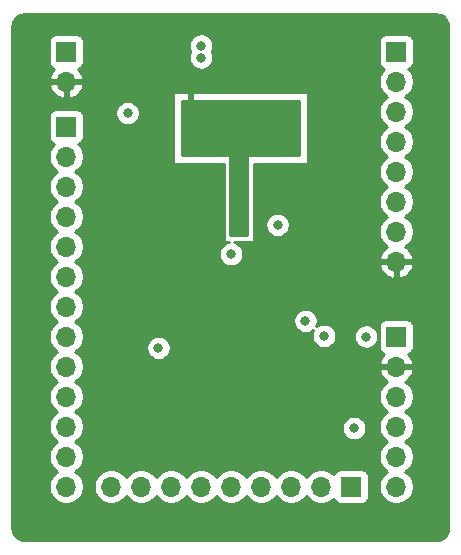
<source format=gbr>
G04 #@! TF.GenerationSoftware,KiCad,Pcbnew,(5.1.10-1-10_14)*
G04 #@! TF.CreationDate,2021-12-12T21:17:35+11:00*
G04 #@! TF.ProjectId,STM32L1_Breakout,53544d33-324c-4315-9f42-7265616b6f75,rev?*
G04 #@! TF.SameCoordinates,Original*
G04 #@! TF.FileFunction,Copper,L2,Inr*
G04 #@! TF.FilePolarity,Positive*
%FSLAX46Y46*%
G04 Gerber Fmt 4.6, Leading zero omitted, Abs format (unit mm)*
G04 Created by KiCad (PCBNEW (5.1.10-1-10_14)) date 2021-12-12 21:17:35*
%MOMM*%
%LPD*%
G01*
G04 APERTURE LIST*
G04 #@! TA.AperFunction,ComponentPad*
%ADD10O,1.700000X1.700000*%
G04 #@! TD*
G04 #@! TA.AperFunction,ComponentPad*
%ADD11R,1.700000X1.700000*%
G04 #@! TD*
G04 #@! TA.AperFunction,ViaPad*
%ADD12C,0.800000*%
G04 #@! TD*
G04 #@! TA.AperFunction,Conductor*
%ADD13C,0.500000*%
G04 #@! TD*
G04 #@! TA.AperFunction,Conductor*
%ADD14C,0.254000*%
G04 #@! TD*
G04 #@! TA.AperFunction,Conductor*
%ADD15C,0.100000*%
G04 #@! TD*
G04 APERTURE END LIST*
D10*
X105410000Y-66040000D03*
X105410000Y-63500000D03*
X105410000Y-60960000D03*
X105410000Y-58420000D03*
X105410000Y-55880000D03*
X105410000Y-53340000D03*
X105410000Y-50800000D03*
D11*
X105410000Y-48260000D03*
D10*
X105410000Y-85090000D03*
X105410000Y-82550000D03*
X105410000Y-80010000D03*
X105410000Y-77470000D03*
X105410000Y-74930000D03*
D11*
X105410000Y-72390000D03*
D10*
X77470000Y-85090000D03*
X77470000Y-82550000D03*
X77470000Y-80010000D03*
X77470000Y-77470000D03*
X77470000Y-74930000D03*
X77470000Y-72390000D03*
X77470000Y-69850000D03*
X77470000Y-67310000D03*
X77470000Y-64770000D03*
X77470000Y-62230000D03*
X77470000Y-59690000D03*
X77470000Y-57150000D03*
D11*
X77470000Y-54610000D03*
D10*
X81280000Y-85090000D03*
X83820000Y-85090000D03*
X86360000Y-85090000D03*
X88900000Y-85090000D03*
X91440000Y-85090000D03*
X93980000Y-85090000D03*
X96520000Y-85090000D03*
X99060000Y-85090000D03*
D11*
X101600000Y-85090000D03*
D10*
X77470000Y-50800000D03*
D11*
X77470000Y-48260000D03*
D12*
X91440000Y-65405000D03*
X94488000Y-74295000D03*
X95885000Y-75692000D03*
X99314000Y-72326500D03*
X97726500Y-71056500D03*
X85280500Y-73342500D03*
X95377000Y-62928500D03*
X88900000Y-47752000D03*
X88900000Y-48768000D03*
X82677000Y-53467000D03*
X102870000Y-72390000D03*
X89916000Y-65024000D03*
X84074000Y-72136000D03*
X98704400Y-62128400D03*
X98653600Y-61163200D03*
X88011000Y-52781200D03*
X96520000Y-56591200D03*
X80137000Y-50038000D03*
X80137000Y-51562000D03*
X81661000Y-59309000D03*
X81280000Y-57277000D03*
X98552000Y-81534000D03*
X102870000Y-74930000D03*
X100838000Y-52451000D03*
X104140000Y-68834000D03*
X106680000Y-68834000D03*
X84328000Y-75692000D03*
X87376000Y-75692000D03*
X84328000Y-78740000D03*
X101092000Y-77724000D03*
X98044000Y-77724000D03*
X101600000Y-70104000D03*
X93980000Y-58420000D03*
X89916000Y-58420000D03*
X92964000Y-48260000D03*
X92964000Y-50292000D03*
X96520000Y-50292000D03*
X96520000Y-48260000D03*
X84836000Y-50800000D03*
X89916000Y-67818000D03*
X82296000Y-82042000D03*
X100584000Y-48260000D03*
X78740000Y-87376000D03*
X103886000Y-87376000D03*
X100584000Y-46164500D03*
X96520000Y-46164500D03*
X92964000Y-46164500D03*
X75946000Y-87376000D03*
X106997500Y-87376000D03*
X101854000Y-80137000D03*
D13*
X88011000Y-52832000D02*
X88011000Y-51435000D01*
D14*
X97155000Y-57023000D02*
X92900500Y-57023000D01*
X92875724Y-57025440D01*
X92851899Y-57032667D01*
X92829943Y-57044403D01*
X92810697Y-57060197D01*
X92794903Y-57079443D01*
X92783167Y-57101399D01*
X92775940Y-57125224D01*
X92773500Y-57150000D01*
X92773500Y-63817500D01*
X91376500Y-63817500D01*
X91376500Y-57150000D01*
X91374060Y-57125224D01*
X91366833Y-57101399D01*
X91355097Y-57079443D01*
X91339303Y-57060197D01*
X91320057Y-57044403D01*
X91298101Y-57032667D01*
X91274276Y-57025440D01*
X91249500Y-57023000D01*
X87249000Y-57023000D01*
X87249000Y-52451000D01*
X97155000Y-52451000D01*
X97155000Y-57023000D01*
G04 #@! TA.AperFunction,Conductor*
D15*
G36*
X97155000Y-57023000D02*
G01*
X92900500Y-57023000D01*
X92875724Y-57025440D01*
X92851899Y-57032667D01*
X92829943Y-57044403D01*
X92810697Y-57060197D01*
X92794903Y-57079443D01*
X92783167Y-57101399D01*
X92775940Y-57125224D01*
X92773500Y-57150000D01*
X92773500Y-63817500D01*
X91376500Y-63817500D01*
X91376500Y-57150000D01*
X91374060Y-57125224D01*
X91366833Y-57101399D01*
X91355097Y-57079443D01*
X91339303Y-57060197D01*
X91320057Y-57044403D01*
X91298101Y-57032667D01*
X91274276Y-57025440D01*
X91249500Y-57023000D01*
X87249000Y-57023000D01*
X87249000Y-52451000D01*
X97155000Y-52451000D01*
X97155000Y-57023000D01*
G37*
G04 #@! TD.AperFunction*
D14*
X109030872Y-45131978D02*
X109215435Y-45187701D01*
X109385660Y-45278212D01*
X109535061Y-45400060D01*
X109657953Y-45548611D01*
X109749650Y-45718202D01*
X109806660Y-45902372D01*
X109830000Y-46124439D01*
X109830001Y-88613711D01*
X109808022Y-88837873D01*
X109752300Y-89022434D01*
X109661788Y-89192661D01*
X109539942Y-89342059D01*
X109391388Y-89464953D01*
X109221800Y-89556649D01*
X109037632Y-89613659D01*
X108815560Y-89637000D01*
X73946279Y-89637000D01*
X73722127Y-89615022D01*
X73537566Y-89559300D01*
X73367339Y-89468788D01*
X73217941Y-89346942D01*
X73095047Y-89198388D01*
X73003351Y-89028800D01*
X72946341Y-88844632D01*
X72923000Y-88622560D01*
X72923000Y-53760000D01*
X75981928Y-53760000D01*
X75981928Y-55460000D01*
X75994188Y-55584482D01*
X76030498Y-55704180D01*
X76089463Y-55814494D01*
X76168815Y-55911185D01*
X76265506Y-55990537D01*
X76375820Y-56049502D01*
X76448380Y-56071513D01*
X76316525Y-56203368D01*
X76154010Y-56446589D01*
X76042068Y-56716842D01*
X75985000Y-57003740D01*
X75985000Y-57296260D01*
X76042068Y-57583158D01*
X76154010Y-57853411D01*
X76316525Y-58096632D01*
X76523368Y-58303475D01*
X76697760Y-58420000D01*
X76523368Y-58536525D01*
X76316525Y-58743368D01*
X76154010Y-58986589D01*
X76042068Y-59256842D01*
X75985000Y-59543740D01*
X75985000Y-59836260D01*
X76042068Y-60123158D01*
X76154010Y-60393411D01*
X76316525Y-60636632D01*
X76523368Y-60843475D01*
X76697760Y-60960000D01*
X76523368Y-61076525D01*
X76316525Y-61283368D01*
X76154010Y-61526589D01*
X76042068Y-61796842D01*
X75985000Y-62083740D01*
X75985000Y-62376260D01*
X76042068Y-62663158D01*
X76154010Y-62933411D01*
X76316525Y-63176632D01*
X76523368Y-63383475D01*
X76697760Y-63500000D01*
X76523368Y-63616525D01*
X76316525Y-63823368D01*
X76154010Y-64066589D01*
X76042068Y-64336842D01*
X75985000Y-64623740D01*
X75985000Y-64916260D01*
X76042068Y-65203158D01*
X76154010Y-65473411D01*
X76316525Y-65716632D01*
X76523368Y-65923475D01*
X76697760Y-66040000D01*
X76523368Y-66156525D01*
X76316525Y-66363368D01*
X76154010Y-66606589D01*
X76042068Y-66876842D01*
X75985000Y-67163740D01*
X75985000Y-67456260D01*
X76042068Y-67743158D01*
X76154010Y-68013411D01*
X76316525Y-68256632D01*
X76523368Y-68463475D01*
X76697760Y-68580000D01*
X76523368Y-68696525D01*
X76316525Y-68903368D01*
X76154010Y-69146589D01*
X76042068Y-69416842D01*
X75985000Y-69703740D01*
X75985000Y-69996260D01*
X76042068Y-70283158D01*
X76154010Y-70553411D01*
X76316525Y-70796632D01*
X76523368Y-71003475D01*
X76697760Y-71120000D01*
X76523368Y-71236525D01*
X76316525Y-71443368D01*
X76154010Y-71686589D01*
X76042068Y-71956842D01*
X75985000Y-72243740D01*
X75985000Y-72536260D01*
X76042068Y-72823158D01*
X76154010Y-73093411D01*
X76316525Y-73336632D01*
X76523368Y-73543475D01*
X76697760Y-73660000D01*
X76523368Y-73776525D01*
X76316525Y-73983368D01*
X76154010Y-74226589D01*
X76042068Y-74496842D01*
X75985000Y-74783740D01*
X75985000Y-75076260D01*
X76042068Y-75363158D01*
X76154010Y-75633411D01*
X76316525Y-75876632D01*
X76523368Y-76083475D01*
X76697760Y-76200000D01*
X76523368Y-76316525D01*
X76316525Y-76523368D01*
X76154010Y-76766589D01*
X76042068Y-77036842D01*
X75985000Y-77323740D01*
X75985000Y-77616260D01*
X76042068Y-77903158D01*
X76154010Y-78173411D01*
X76316525Y-78416632D01*
X76523368Y-78623475D01*
X76697760Y-78740000D01*
X76523368Y-78856525D01*
X76316525Y-79063368D01*
X76154010Y-79306589D01*
X76042068Y-79576842D01*
X75985000Y-79863740D01*
X75985000Y-80156260D01*
X76042068Y-80443158D01*
X76154010Y-80713411D01*
X76316525Y-80956632D01*
X76523368Y-81163475D01*
X76697760Y-81280000D01*
X76523368Y-81396525D01*
X76316525Y-81603368D01*
X76154010Y-81846589D01*
X76042068Y-82116842D01*
X75985000Y-82403740D01*
X75985000Y-82696260D01*
X76042068Y-82983158D01*
X76154010Y-83253411D01*
X76316525Y-83496632D01*
X76523368Y-83703475D01*
X76697760Y-83820000D01*
X76523368Y-83936525D01*
X76316525Y-84143368D01*
X76154010Y-84386589D01*
X76042068Y-84656842D01*
X75985000Y-84943740D01*
X75985000Y-85236260D01*
X76042068Y-85523158D01*
X76154010Y-85793411D01*
X76316525Y-86036632D01*
X76523368Y-86243475D01*
X76766589Y-86405990D01*
X77036842Y-86517932D01*
X77323740Y-86575000D01*
X77616260Y-86575000D01*
X77903158Y-86517932D01*
X78173411Y-86405990D01*
X78416632Y-86243475D01*
X78623475Y-86036632D01*
X78785990Y-85793411D01*
X78897932Y-85523158D01*
X78955000Y-85236260D01*
X78955000Y-84943740D01*
X79795000Y-84943740D01*
X79795000Y-85236260D01*
X79852068Y-85523158D01*
X79964010Y-85793411D01*
X80126525Y-86036632D01*
X80333368Y-86243475D01*
X80576589Y-86405990D01*
X80846842Y-86517932D01*
X81133740Y-86575000D01*
X81426260Y-86575000D01*
X81713158Y-86517932D01*
X81983411Y-86405990D01*
X82226632Y-86243475D01*
X82433475Y-86036632D01*
X82550000Y-85862240D01*
X82666525Y-86036632D01*
X82873368Y-86243475D01*
X83116589Y-86405990D01*
X83386842Y-86517932D01*
X83673740Y-86575000D01*
X83966260Y-86575000D01*
X84253158Y-86517932D01*
X84523411Y-86405990D01*
X84766632Y-86243475D01*
X84973475Y-86036632D01*
X85090000Y-85862240D01*
X85206525Y-86036632D01*
X85413368Y-86243475D01*
X85656589Y-86405990D01*
X85926842Y-86517932D01*
X86213740Y-86575000D01*
X86506260Y-86575000D01*
X86793158Y-86517932D01*
X87063411Y-86405990D01*
X87306632Y-86243475D01*
X87513475Y-86036632D01*
X87630000Y-85862240D01*
X87746525Y-86036632D01*
X87953368Y-86243475D01*
X88196589Y-86405990D01*
X88466842Y-86517932D01*
X88753740Y-86575000D01*
X89046260Y-86575000D01*
X89333158Y-86517932D01*
X89603411Y-86405990D01*
X89846632Y-86243475D01*
X90053475Y-86036632D01*
X90170000Y-85862240D01*
X90286525Y-86036632D01*
X90493368Y-86243475D01*
X90736589Y-86405990D01*
X91006842Y-86517932D01*
X91293740Y-86575000D01*
X91586260Y-86575000D01*
X91873158Y-86517932D01*
X92143411Y-86405990D01*
X92386632Y-86243475D01*
X92593475Y-86036632D01*
X92710000Y-85862240D01*
X92826525Y-86036632D01*
X93033368Y-86243475D01*
X93276589Y-86405990D01*
X93546842Y-86517932D01*
X93833740Y-86575000D01*
X94126260Y-86575000D01*
X94413158Y-86517932D01*
X94683411Y-86405990D01*
X94926632Y-86243475D01*
X95133475Y-86036632D01*
X95250000Y-85862240D01*
X95366525Y-86036632D01*
X95573368Y-86243475D01*
X95816589Y-86405990D01*
X96086842Y-86517932D01*
X96373740Y-86575000D01*
X96666260Y-86575000D01*
X96953158Y-86517932D01*
X97223411Y-86405990D01*
X97466632Y-86243475D01*
X97673475Y-86036632D01*
X97790000Y-85862240D01*
X97906525Y-86036632D01*
X98113368Y-86243475D01*
X98356589Y-86405990D01*
X98626842Y-86517932D01*
X98913740Y-86575000D01*
X99206260Y-86575000D01*
X99493158Y-86517932D01*
X99763411Y-86405990D01*
X100006632Y-86243475D01*
X100138487Y-86111620D01*
X100160498Y-86184180D01*
X100219463Y-86294494D01*
X100298815Y-86391185D01*
X100395506Y-86470537D01*
X100505820Y-86529502D01*
X100625518Y-86565812D01*
X100750000Y-86578072D01*
X102450000Y-86578072D01*
X102574482Y-86565812D01*
X102694180Y-86529502D01*
X102804494Y-86470537D01*
X102901185Y-86391185D01*
X102980537Y-86294494D01*
X103039502Y-86184180D01*
X103075812Y-86064482D01*
X103088072Y-85940000D01*
X103088072Y-84240000D01*
X103075812Y-84115518D01*
X103039502Y-83995820D01*
X102980537Y-83885506D01*
X102901185Y-83788815D01*
X102804494Y-83709463D01*
X102694180Y-83650498D01*
X102574482Y-83614188D01*
X102450000Y-83601928D01*
X100750000Y-83601928D01*
X100625518Y-83614188D01*
X100505820Y-83650498D01*
X100395506Y-83709463D01*
X100298815Y-83788815D01*
X100219463Y-83885506D01*
X100160498Y-83995820D01*
X100138487Y-84068380D01*
X100006632Y-83936525D01*
X99763411Y-83774010D01*
X99493158Y-83662068D01*
X99206260Y-83605000D01*
X98913740Y-83605000D01*
X98626842Y-83662068D01*
X98356589Y-83774010D01*
X98113368Y-83936525D01*
X97906525Y-84143368D01*
X97790000Y-84317760D01*
X97673475Y-84143368D01*
X97466632Y-83936525D01*
X97223411Y-83774010D01*
X96953158Y-83662068D01*
X96666260Y-83605000D01*
X96373740Y-83605000D01*
X96086842Y-83662068D01*
X95816589Y-83774010D01*
X95573368Y-83936525D01*
X95366525Y-84143368D01*
X95250000Y-84317760D01*
X95133475Y-84143368D01*
X94926632Y-83936525D01*
X94683411Y-83774010D01*
X94413158Y-83662068D01*
X94126260Y-83605000D01*
X93833740Y-83605000D01*
X93546842Y-83662068D01*
X93276589Y-83774010D01*
X93033368Y-83936525D01*
X92826525Y-84143368D01*
X92710000Y-84317760D01*
X92593475Y-84143368D01*
X92386632Y-83936525D01*
X92143411Y-83774010D01*
X91873158Y-83662068D01*
X91586260Y-83605000D01*
X91293740Y-83605000D01*
X91006842Y-83662068D01*
X90736589Y-83774010D01*
X90493368Y-83936525D01*
X90286525Y-84143368D01*
X90170000Y-84317760D01*
X90053475Y-84143368D01*
X89846632Y-83936525D01*
X89603411Y-83774010D01*
X89333158Y-83662068D01*
X89046260Y-83605000D01*
X88753740Y-83605000D01*
X88466842Y-83662068D01*
X88196589Y-83774010D01*
X87953368Y-83936525D01*
X87746525Y-84143368D01*
X87630000Y-84317760D01*
X87513475Y-84143368D01*
X87306632Y-83936525D01*
X87063411Y-83774010D01*
X86793158Y-83662068D01*
X86506260Y-83605000D01*
X86213740Y-83605000D01*
X85926842Y-83662068D01*
X85656589Y-83774010D01*
X85413368Y-83936525D01*
X85206525Y-84143368D01*
X85090000Y-84317760D01*
X84973475Y-84143368D01*
X84766632Y-83936525D01*
X84523411Y-83774010D01*
X84253158Y-83662068D01*
X83966260Y-83605000D01*
X83673740Y-83605000D01*
X83386842Y-83662068D01*
X83116589Y-83774010D01*
X82873368Y-83936525D01*
X82666525Y-84143368D01*
X82550000Y-84317760D01*
X82433475Y-84143368D01*
X82226632Y-83936525D01*
X81983411Y-83774010D01*
X81713158Y-83662068D01*
X81426260Y-83605000D01*
X81133740Y-83605000D01*
X80846842Y-83662068D01*
X80576589Y-83774010D01*
X80333368Y-83936525D01*
X80126525Y-84143368D01*
X79964010Y-84386589D01*
X79852068Y-84656842D01*
X79795000Y-84943740D01*
X78955000Y-84943740D01*
X78897932Y-84656842D01*
X78785990Y-84386589D01*
X78623475Y-84143368D01*
X78416632Y-83936525D01*
X78242240Y-83820000D01*
X78416632Y-83703475D01*
X78623475Y-83496632D01*
X78785990Y-83253411D01*
X78897932Y-82983158D01*
X78955000Y-82696260D01*
X78955000Y-82403740D01*
X78897932Y-82116842D01*
X78785990Y-81846589D01*
X78623475Y-81603368D01*
X78416632Y-81396525D01*
X78242240Y-81280000D01*
X78416632Y-81163475D01*
X78623475Y-80956632D01*
X78785990Y-80713411D01*
X78897932Y-80443158D01*
X78955000Y-80156260D01*
X78955000Y-80035061D01*
X100819000Y-80035061D01*
X100819000Y-80238939D01*
X100858774Y-80438898D01*
X100936795Y-80627256D01*
X101050063Y-80796774D01*
X101194226Y-80940937D01*
X101363744Y-81054205D01*
X101552102Y-81132226D01*
X101752061Y-81172000D01*
X101955939Y-81172000D01*
X102155898Y-81132226D01*
X102344256Y-81054205D01*
X102513774Y-80940937D01*
X102657937Y-80796774D01*
X102771205Y-80627256D01*
X102849226Y-80438898D01*
X102889000Y-80238939D01*
X102889000Y-80035061D01*
X102849226Y-79835102D01*
X102771205Y-79646744D01*
X102657937Y-79477226D01*
X102513774Y-79333063D01*
X102344256Y-79219795D01*
X102155898Y-79141774D01*
X101955939Y-79102000D01*
X101752061Y-79102000D01*
X101552102Y-79141774D01*
X101363744Y-79219795D01*
X101194226Y-79333063D01*
X101050063Y-79477226D01*
X100936795Y-79646744D01*
X100858774Y-79835102D01*
X100819000Y-80035061D01*
X78955000Y-80035061D01*
X78955000Y-79863740D01*
X78897932Y-79576842D01*
X78785990Y-79306589D01*
X78623475Y-79063368D01*
X78416632Y-78856525D01*
X78242240Y-78740000D01*
X78416632Y-78623475D01*
X78623475Y-78416632D01*
X78785990Y-78173411D01*
X78897932Y-77903158D01*
X78955000Y-77616260D01*
X78955000Y-77323740D01*
X103925000Y-77323740D01*
X103925000Y-77616260D01*
X103982068Y-77903158D01*
X104094010Y-78173411D01*
X104256525Y-78416632D01*
X104463368Y-78623475D01*
X104637760Y-78740000D01*
X104463368Y-78856525D01*
X104256525Y-79063368D01*
X104094010Y-79306589D01*
X103982068Y-79576842D01*
X103925000Y-79863740D01*
X103925000Y-80156260D01*
X103982068Y-80443158D01*
X104094010Y-80713411D01*
X104256525Y-80956632D01*
X104463368Y-81163475D01*
X104637760Y-81280000D01*
X104463368Y-81396525D01*
X104256525Y-81603368D01*
X104094010Y-81846589D01*
X103982068Y-82116842D01*
X103925000Y-82403740D01*
X103925000Y-82696260D01*
X103982068Y-82983158D01*
X104094010Y-83253411D01*
X104256525Y-83496632D01*
X104463368Y-83703475D01*
X104637760Y-83820000D01*
X104463368Y-83936525D01*
X104256525Y-84143368D01*
X104094010Y-84386589D01*
X103982068Y-84656842D01*
X103925000Y-84943740D01*
X103925000Y-85236260D01*
X103982068Y-85523158D01*
X104094010Y-85793411D01*
X104256525Y-86036632D01*
X104463368Y-86243475D01*
X104706589Y-86405990D01*
X104976842Y-86517932D01*
X105263740Y-86575000D01*
X105556260Y-86575000D01*
X105843158Y-86517932D01*
X106113411Y-86405990D01*
X106356632Y-86243475D01*
X106563475Y-86036632D01*
X106725990Y-85793411D01*
X106837932Y-85523158D01*
X106895000Y-85236260D01*
X106895000Y-84943740D01*
X106837932Y-84656842D01*
X106725990Y-84386589D01*
X106563475Y-84143368D01*
X106356632Y-83936525D01*
X106182240Y-83820000D01*
X106356632Y-83703475D01*
X106563475Y-83496632D01*
X106725990Y-83253411D01*
X106837932Y-82983158D01*
X106895000Y-82696260D01*
X106895000Y-82403740D01*
X106837932Y-82116842D01*
X106725990Y-81846589D01*
X106563475Y-81603368D01*
X106356632Y-81396525D01*
X106182240Y-81280000D01*
X106356632Y-81163475D01*
X106563475Y-80956632D01*
X106725990Y-80713411D01*
X106837932Y-80443158D01*
X106895000Y-80156260D01*
X106895000Y-79863740D01*
X106837932Y-79576842D01*
X106725990Y-79306589D01*
X106563475Y-79063368D01*
X106356632Y-78856525D01*
X106182240Y-78740000D01*
X106356632Y-78623475D01*
X106563475Y-78416632D01*
X106725990Y-78173411D01*
X106837932Y-77903158D01*
X106895000Y-77616260D01*
X106895000Y-77323740D01*
X106837932Y-77036842D01*
X106725990Y-76766589D01*
X106563475Y-76523368D01*
X106356632Y-76316525D01*
X106174466Y-76194805D01*
X106291355Y-76125178D01*
X106507588Y-75930269D01*
X106681641Y-75696920D01*
X106806825Y-75434099D01*
X106851476Y-75286890D01*
X106730155Y-75057000D01*
X105537000Y-75057000D01*
X105537000Y-75077000D01*
X105283000Y-75077000D01*
X105283000Y-75057000D01*
X104089845Y-75057000D01*
X103968524Y-75286890D01*
X104013175Y-75434099D01*
X104138359Y-75696920D01*
X104312412Y-75930269D01*
X104528645Y-76125178D01*
X104645534Y-76194805D01*
X104463368Y-76316525D01*
X104256525Y-76523368D01*
X104094010Y-76766589D01*
X103982068Y-77036842D01*
X103925000Y-77323740D01*
X78955000Y-77323740D01*
X78897932Y-77036842D01*
X78785990Y-76766589D01*
X78623475Y-76523368D01*
X78416632Y-76316525D01*
X78242240Y-76200000D01*
X78416632Y-76083475D01*
X78623475Y-75876632D01*
X78785990Y-75633411D01*
X78897932Y-75363158D01*
X78955000Y-75076260D01*
X78955000Y-74783740D01*
X78897932Y-74496842D01*
X78785990Y-74226589D01*
X78623475Y-73983368D01*
X78416632Y-73776525D01*
X78242240Y-73660000D01*
X78416632Y-73543475D01*
X78623475Y-73336632D01*
X78687667Y-73240561D01*
X84245500Y-73240561D01*
X84245500Y-73444439D01*
X84285274Y-73644398D01*
X84363295Y-73832756D01*
X84476563Y-74002274D01*
X84620726Y-74146437D01*
X84790244Y-74259705D01*
X84978602Y-74337726D01*
X85178561Y-74377500D01*
X85382439Y-74377500D01*
X85582398Y-74337726D01*
X85770756Y-74259705D01*
X85940274Y-74146437D01*
X86084437Y-74002274D01*
X86197705Y-73832756D01*
X86275726Y-73644398D01*
X86315500Y-73444439D01*
X86315500Y-73240561D01*
X86275726Y-73040602D01*
X86197705Y-72852244D01*
X86084437Y-72682726D01*
X85940274Y-72538563D01*
X85770756Y-72425295D01*
X85582398Y-72347274D01*
X85382439Y-72307500D01*
X85178561Y-72307500D01*
X84978602Y-72347274D01*
X84790244Y-72425295D01*
X84620726Y-72538563D01*
X84476563Y-72682726D01*
X84363295Y-72852244D01*
X84285274Y-73040602D01*
X84245500Y-73240561D01*
X78687667Y-73240561D01*
X78785990Y-73093411D01*
X78897932Y-72823158D01*
X78955000Y-72536260D01*
X78955000Y-72243740D01*
X78897932Y-71956842D01*
X78785990Y-71686589D01*
X78623475Y-71443368D01*
X78416632Y-71236525D01*
X78242240Y-71120000D01*
X78416632Y-71003475D01*
X78465546Y-70954561D01*
X96691500Y-70954561D01*
X96691500Y-71158439D01*
X96731274Y-71358398D01*
X96809295Y-71546756D01*
X96922563Y-71716274D01*
X97066726Y-71860437D01*
X97236244Y-71973705D01*
X97424602Y-72051726D01*
X97624561Y-72091500D01*
X97828439Y-72091500D01*
X98028398Y-72051726D01*
X98216756Y-71973705D01*
X98386274Y-71860437D01*
X98387127Y-71859584D01*
X98318774Y-72024602D01*
X98279000Y-72224561D01*
X98279000Y-72428439D01*
X98318774Y-72628398D01*
X98396795Y-72816756D01*
X98510063Y-72986274D01*
X98654226Y-73130437D01*
X98823744Y-73243705D01*
X99012102Y-73321726D01*
X99212061Y-73361500D01*
X99415939Y-73361500D01*
X99615898Y-73321726D01*
X99804256Y-73243705D01*
X99973774Y-73130437D01*
X100117937Y-72986274D01*
X100231205Y-72816756D01*
X100309226Y-72628398D01*
X100349000Y-72428439D01*
X100349000Y-72288061D01*
X101835000Y-72288061D01*
X101835000Y-72491939D01*
X101874774Y-72691898D01*
X101952795Y-72880256D01*
X102066063Y-73049774D01*
X102210226Y-73193937D01*
X102379744Y-73307205D01*
X102568102Y-73385226D01*
X102768061Y-73425000D01*
X102971939Y-73425000D01*
X103171898Y-73385226D01*
X103360256Y-73307205D01*
X103529774Y-73193937D01*
X103673937Y-73049774D01*
X103787205Y-72880256D01*
X103865226Y-72691898D01*
X103905000Y-72491939D01*
X103905000Y-72288061D01*
X103865226Y-72088102D01*
X103787205Y-71899744D01*
X103673937Y-71730226D01*
X103529774Y-71586063D01*
X103460836Y-71540000D01*
X103921928Y-71540000D01*
X103921928Y-73240000D01*
X103934188Y-73364482D01*
X103970498Y-73484180D01*
X104029463Y-73594494D01*
X104108815Y-73691185D01*
X104205506Y-73770537D01*
X104315820Y-73829502D01*
X104396466Y-73853966D01*
X104312412Y-73929731D01*
X104138359Y-74163080D01*
X104013175Y-74425901D01*
X103968524Y-74573110D01*
X104089845Y-74803000D01*
X105283000Y-74803000D01*
X105283000Y-74783000D01*
X105537000Y-74783000D01*
X105537000Y-74803000D01*
X106730155Y-74803000D01*
X106851476Y-74573110D01*
X106806825Y-74425901D01*
X106681641Y-74163080D01*
X106507588Y-73929731D01*
X106423534Y-73853966D01*
X106504180Y-73829502D01*
X106614494Y-73770537D01*
X106711185Y-73691185D01*
X106790537Y-73594494D01*
X106849502Y-73484180D01*
X106885812Y-73364482D01*
X106898072Y-73240000D01*
X106898072Y-71540000D01*
X106885812Y-71415518D01*
X106849502Y-71295820D01*
X106790537Y-71185506D01*
X106711185Y-71088815D01*
X106614494Y-71009463D01*
X106504180Y-70950498D01*
X106384482Y-70914188D01*
X106260000Y-70901928D01*
X104560000Y-70901928D01*
X104435518Y-70914188D01*
X104315820Y-70950498D01*
X104205506Y-71009463D01*
X104108815Y-71088815D01*
X104029463Y-71185506D01*
X103970498Y-71295820D01*
X103934188Y-71415518D01*
X103921928Y-71540000D01*
X103460836Y-71540000D01*
X103360256Y-71472795D01*
X103171898Y-71394774D01*
X102971939Y-71355000D01*
X102768061Y-71355000D01*
X102568102Y-71394774D01*
X102379744Y-71472795D01*
X102210226Y-71586063D01*
X102066063Y-71730226D01*
X101952795Y-71899744D01*
X101874774Y-72088102D01*
X101835000Y-72288061D01*
X100349000Y-72288061D01*
X100349000Y-72224561D01*
X100309226Y-72024602D01*
X100231205Y-71836244D01*
X100117937Y-71666726D01*
X99973774Y-71522563D01*
X99804256Y-71409295D01*
X99615898Y-71331274D01*
X99415939Y-71291500D01*
X99212061Y-71291500D01*
X99012102Y-71331274D01*
X98823744Y-71409295D01*
X98654226Y-71522563D01*
X98653373Y-71523416D01*
X98721726Y-71358398D01*
X98761500Y-71158439D01*
X98761500Y-70954561D01*
X98721726Y-70754602D01*
X98643705Y-70566244D01*
X98530437Y-70396726D01*
X98386274Y-70252563D01*
X98216756Y-70139295D01*
X98028398Y-70061274D01*
X97828439Y-70021500D01*
X97624561Y-70021500D01*
X97424602Y-70061274D01*
X97236244Y-70139295D01*
X97066726Y-70252563D01*
X96922563Y-70396726D01*
X96809295Y-70566244D01*
X96731274Y-70754602D01*
X96691500Y-70954561D01*
X78465546Y-70954561D01*
X78623475Y-70796632D01*
X78785990Y-70553411D01*
X78897932Y-70283158D01*
X78955000Y-69996260D01*
X78955000Y-69703740D01*
X78897932Y-69416842D01*
X78785990Y-69146589D01*
X78623475Y-68903368D01*
X78416632Y-68696525D01*
X78242240Y-68580000D01*
X78416632Y-68463475D01*
X78623475Y-68256632D01*
X78785990Y-68013411D01*
X78897932Y-67743158D01*
X78955000Y-67456260D01*
X78955000Y-67163740D01*
X78897932Y-66876842D01*
X78785990Y-66606589D01*
X78623475Y-66363368D01*
X78416632Y-66156525D01*
X78242240Y-66040000D01*
X78416632Y-65923475D01*
X78623475Y-65716632D01*
X78785990Y-65473411D01*
X78897932Y-65203158D01*
X78955000Y-64916260D01*
X78955000Y-64623740D01*
X78897932Y-64336842D01*
X78785990Y-64066589D01*
X78623475Y-63823368D01*
X78416632Y-63616525D01*
X78242240Y-63500000D01*
X78416632Y-63383475D01*
X78623475Y-63176632D01*
X78785990Y-62933411D01*
X78897932Y-62663158D01*
X78955000Y-62376260D01*
X78955000Y-62083740D01*
X78897932Y-61796842D01*
X78785990Y-61526589D01*
X78623475Y-61283368D01*
X78416632Y-61076525D01*
X78242240Y-60960000D01*
X78416632Y-60843475D01*
X78623475Y-60636632D01*
X78785990Y-60393411D01*
X78897932Y-60123158D01*
X78955000Y-59836260D01*
X78955000Y-59543740D01*
X78897932Y-59256842D01*
X78785990Y-58986589D01*
X78623475Y-58743368D01*
X78416632Y-58536525D01*
X78242240Y-58420000D01*
X78416632Y-58303475D01*
X78623475Y-58096632D01*
X78785990Y-57853411D01*
X78897932Y-57583158D01*
X78955000Y-57296260D01*
X78955000Y-57003740D01*
X78897932Y-56716842D01*
X78785990Y-56446589D01*
X78623475Y-56203368D01*
X78491620Y-56071513D01*
X78564180Y-56049502D01*
X78674494Y-55990537D01*
X78771185Y-55911185D01*
X78850537Y-55814494D01*
X78909502Y-55704180D01*
X78945812Y-55584482D01*
X78958072Y-55460000D01*
X78958072Y-53760000D01*
X78945812Y-53635518D01*
X78909502Y-53515820D01*
X78850537Y-53405506D01*
X78817345Y-53365061D01*
X81642000Y-53365061D01*
X81642000Y-53568939D01*
X81681774Y-53768898D01*
X81759795Y-53957256D01*
X81873063Y-54126774D01*
X82017226Y-54270937D01*
X82186744Y-54384205D01*
X82375102Y-54462226D01*
X82575061Y-54502000D01*
X82778939Y-54502000D01*
X82978898Y-54462226D01*
X83167256Y-54384205D01*
X83336774Y-54270937D01*
X83480937Y-54126774D01*
X83594205Y-53957256D01*
X83672226Y-53768898D01*
X83712000Y-53568939D01*
X83712000Y-53365061D01*
X83672226Y-53165102D01*
X83594205Y-52976744D01*
X83480937Y-52807226D01*
X83336774Y-52663063D01*
X83167256Y-52549795D01*
X82978898Y-52471774D01*
X82778939Y-52432000D01*
X82575061Y-52432000D01*
X82375102Y-52471774D01*
X82186744Y-52549795D01*
X82017226Y-52663063D01*
X81873063Y-52807226D01*
X81759795Y-52976744D01*
X81681774Y-53165102D01*
X81642000Y-53365061D01*
X78817345Y-53365061D01*
X78771185Y-53308815D01*
X78674494Y-53229463D01*
X78564180Y-53170498D01*
X78444482Y-53134188D01*
X78320000Y-53121928D01*
X76620000Y-53121928D01*
X76495518Y-53134188D01*
X76375820Y-53170498D01*
X76265506Y-53229463D01*
X76168815Y-53308815D01*
X76089463Y-53405506D01*
X76030498Y-53515820D01*
X75994188Y-53635518D01*
X75981928Y-53760000D01*
X72923000Y-53760000D01*
X72923000Y-51156890D01*
X76028524Y-51156890D01*
X76073175Y-51304099D01*
X76198359Y-51566920D01*
X76372412Y-51800269D01*
X76588645Y-51995178D01*
X76838748Y-52144157D01*
X77113109Y-52241481D01*
X77343000Y-52120814D01*
X77343000Y-50927000D01*
X77597000Y-50927000D01*
X77597000Y-52120814D01*
X77826891Y-52241481D01*
X78101252Y-52144157D01*
X78351355Y-51995178D01*
X78550135Y-51816000D01*
X86487000Y-51816000D01*
X86487000Y-57658000D01*
X86489440Y-57682776D01*
X86496667Y-57706601D01*
X86508403Y-57728557D01*
X86524197Y-57747803D01*
X86543443Y-57763597D01*
X86565399Y-57775333D01*
X86589224Y-57782560D01*
X86614000Y-57785000D01*
X90805000Y-57785000D01*
X90805000Y-64262000D01*
X90807440Y-64286776D01*
X90814667Y-64310601D01*
X90826403Y-64332557D01*
X90842197Y-64351803D01*
X90861443Y-64367597D01*
X90883399Y-64379333D01*
X90907224Y-64386560D01*
X90932000Y-64389000D01*
X91242541Y-64389000D01*
X91138102Y-64409774D01*
X90949744Y-64487795D01*
X90780226Y-64601063D01*
X90636063Y-64745226D01*
X90522795Y-64914744D01*
X90444774Y-65103102D01*
X90405000Y-65303061D01*
X90405000Y-65506939D01*
X90444774Y-65706898D01*
X90522795Y-65895256D01*
X90636063Y-66064774D01*
X90780226Y-66208937D01*
X90949744Y-66322205D01*
X91138102Y-66400226D01*
X91338061Y-66440000D01*
X91541939Y-66440000D01*
X91741898Y-66400226D01*
X91749951Y-66396890D01*
X103968524Y-66396890D01*
X104013175Y-66544099D01*
X104138359Y-66806920D01*
X104312412Y-67040269D01*
X104528645Y-67235178D01*
X104778748Y-67384157D01*
X105053109Y-67481481D01*
X105283000Y-67360814D01*
X105283000Y-66167000D01*
X105537000Y-66167000D01*
X105537000Y-67360814D01*
X105766891Y-67481481D01*
X106041252Y-67384157D01*
X106291355Y-67235178D01*
X106507588Y-67040269D01*
X106681641Y-66806920D01*
X106806825Y-66544099D01*
X106851476Y-66396890D01*
X106730155Y-66167000D01*
X105537000Y-66167000D01*
X105283000Y-66167000D01*
X104089845Y-66167000D01*
X103968524Y-66396890D01*
X91749951Y-66396890D01*
X91930256Y-66322205D01*
X92099774Y-66208937D01*
X92243937Y-66064774D01*
X92357205Y-65895256D01*
X92435226Y-65706898D01*
X92475000Y-65506939D01*
X92475000Y-65303061D01*
X92435226Y-65103102D01*
X92357205Y-64914744D01*
X92243937Y-64745226D01*
X92099774Y-64601063D01*
X91930256Y-64487795D01*
X91741898Y-64409774D01*
X91637459Y-64389000D01*
X93218000Y-64389000D01*
X93242776Y-64386560D01*
X93266601Y-64379333D01*
X93288557Y-64367597D01*
X93307803Y-64351803D01*
X93323597Y-64332557D01*
X93335333Y-64310601D01*
X93342560Y-64286776D01*
X93345000Y-64262000D01*
X93345000Y-62826561D01*
X94342000Y-62826561D01*
X94342000Y-63030439D01*
X94381774Y-63230398D01*
X94459795Y-63418756D01*
X94573063Y-63588274D01*
X94717226Y-63732437D01*
X94886744Y-63845705D01*
X95075102Y-63923726D01*
X95275061Y-63963500D01*
X95478939Y-63963500D01*
X95678898Y-63923726D01*
X95867256Y-63845705D01*
X96036774Y-63732437D01*
X96180937Y-63588274D01*
X96294205Y-63418756D01*
X96372226Y-63230398D01*
X96412000Y-63030439D01*
X96412000Y-62826561D01*
X96372226Y-62626602D01*
X96294205Y-62438244D01*
X96180937Y-62268726D01*
X96036774Y-62124563D01*
X95867256Y-62011295D01*
X95678898Y-61933274D01*
X95478939Y-61893500D01*
X95275061Y-61893500D01*
X95075102Y-61933274D01*
X94886744Y-62011295D01*
X94717226Y-62124563D01*
X94573063Y-62268726D01*
X94459795Y-62438244D01*
X94381774Y-62626602D01*
X94342000Y-62826561D01*
X93345000Y-62826561D01*
X93345000Y-57785000D01*
X97790000Y-57785000D01*
X97814776Y-57782560D01*
X97838601Y-57775333D01*
X97860557Y-57763597D01*
X97879803Y-57747803D01*
X97895597Y-57728557D01*
X97907333Y-57706601D01*
X97914560Y-57682776D01*
X97917000Y-57658000D01*
X97917000Y-51816000D01*
X97914560Y-51791224D01*
X97907333Y-51767399D01*
X97895597Y-51745443D01*
X97879803Y-51726197D01*
X97860557Y-51710403D01*
X97838601Y-51698667D01*
X97814776Y-51691440D01*
X97790000Y-51689000D01*
X86614000Y-51689000D01*
X86589224Y-51691440D01*
X86565399Y-51698667D01*
X86543443Y-51710403D01*
X86524197Y-51726197D01*
X86508403Y-51745443D01*
X86496667Y-51767399D01*
X86489440Y-51791224D01*
X86487000Y-51816000D01*
X78550135Y-51816000D01*
X78567588Y-51800269D01*
X78741641Y-51566920D01*
X78866825Y-51304099D01*
X78911476Y-51156890D01*
X78790155Y-50927000D01*
X77597000Y-50927000D01*
X77343000Y-50927000D01*
X76149845Y-50927000D01*
X76028524Y-51156890D01*
X72923000Y-51156890D01*
X72923000Y-47410000D01*
X75981928Y-47410000D01*
X75981928Y-49110000D01*
X75994188Y-49234482D01*
X76030498Y-49354180D01*
X76089463Y-49464494D01*
X76168815Y-49561185D01*
X76265506Y-49640537D01*
X76375820Y-49699502D01*
X76456466Y-49723966D01*
X76372412Y-49799731D01*
X76198359Y-50033080D01*
X76073175Y-50295901D01*
X76028524Y-50443110D01*
X76149845Y-50673000D01*
X77343000Y-50673000D01*
X77343000Y-50653000D01*
X77597000Y-50653000D01*
X77597000Y-50673000D01*
X78790155Y-50673000D01*
X78911476Y-50443110D01*
X78866825Y-50295901D01*
X78741641Y-50033080D01*
X78567588Y-49799731D01*
X78483534Y-49723966D01*
X78564180Y-49699502D01*
X78674494Y-49640537D01*
X78771185Y-49561185D01*
X78850537Y-49464494D01*
X78909502Y-49354180D01*
X78945812Y-49234482D01*
X78958072Y-49110000D01*
X78958072Y-47650061D01*
X87865000Y-47650061D01*
X87865000Y-47853939D01*
X87904774Y-48053898D01*
X87982795Y-48242256D01*
X87994651Y-48260000D01*
X87982795Y-48277744D01*
X87904774Y-48466102D01*
X87865000Y-48666061D01*
X87865000Y-48869939D01*
X87904774Y-49069898D01*
X87982795Y-49258256D01*
X88096063Y-49427774D01*
X88240226Y-49571937D01*
X88409744Y-49685205D01*
X88598102Y-49763226D01*
X88798061Y-49803000D01*
X89001939Y-49803000D01*
X89201898Y-49763226D01*
X89390256Y-49685205D01*
X89559774Y-49571937D01*
X89703937Y-49427774D01*
X89817205Y-49258256D01*
X89895226Y-49069898D01*
X89935000Y-48869939D01*
X89935000Y-48666061D01*
X89895226Y-48466102D01*
X89817205Y-48277744D01*
X89805349Y-48260000D01*
X89817205Y-48242256D01*
X89895226Y-48053898D01*
X89935000Y-47853939D01*
X89935000Y-47650061D01*
X89895226Y-47450102D01*
X89878616Y-47410000D01*
X103921928Y-47410000D01*
X103921928Y-49110000D01*
X103934188Y-49234482D01*
X103970498Y-49354180D01*
X104029463Y-49464494D01*
X104108815Y-49561185D01*
X104205506Y-49640537D01*
X104315820Y-49699502D01*
X104388380Y-49721513D01*
X104256525Y-49853368D01*
X104094010Y-50096589D01*
X103982068Y-50366842D01*
X103925000Y-50653740D01*
X103925000Y-50946260D01*
X103982068Y-51233158D01*
X104094010Y-51503411D01*
X104256525Y-51746632D01*
X104463368Y-51953475D01*
X104637760Y-52070000D01*
X104463368Y-52186525D01*
X104256525Y-52393368D01*
X104094010Y-52636589D01*
X103982068Y-52906842D01*
X103925000Y-53193740D01*
X103925000Y-53486260D01*
X103982068Y-53773158D01*
X104094010Y-54043411D01*
X104256525Y-54286632D01*
X104463368Y-54493475D01*
X104637760Y-54610000D01*
X104463368Y-54726525D01*
X104256525Y-54933368D01*
X104094010Y-55176589D01*
X103982068Y-55446842D01*
X103925000Y-55733740D01*
X103925000Y-56026260D01*
X103982068Y-56313158D01*
X104094010Y-56583411D01*
X104256525Y-56826632D01*
X104463368Y-57033475D01*
X104637760Y-57150000D01*
X104463368Y-57266525D01*
X104256525Y-57473368D01*
X104094010Y-57716589D01*
X103982068Y-57986842D01*
X103925000Y-58273740D01*
X103925000Y-58566260D01*
X103982068Y-58853158D01*
X104094010Y-59123411D01*
X104256525Y-59366632D01*
X104463368Y-59573475D01*
X104637760Y-59690000D01*
X104463368Y-59806525D01*
X104256525Y-60013368D01*
X104094010Y-60256589D01*
X103982068Y-60526842D01*
X103925000Y-60813740D01*
X103925000Y-61106260D01*
X103982068Y-61393158D01*
X104094010Y-61663411D01*
X104256525Y-61906632D01*
X104463368Y-62113475D01*
X104637760Y-62230000D01*
X104463368Y-62346525D01*
X104256525Y-62553368D01*
X104094010Y-62796589D01*
X103982068Y-63066842D01*
X103925000Y-63353740D01*
X103925000Y-63646260D01*
X103982068Y-63933158D01*
X104094010Y-64203411D01*
X104256525Y-64446632D01*
X104463368Y-64653475D01*
X104645534Y-64775195D01*
X104528645Y-64844822D01*
X104312412Y-65039731D01*
X104138359Y-65273080D01*
X104013175Y-65535901D01*
X103968524Y-65683110D01*
X104089845Y-65913000D01*
X105283000Y-65913000D01*
X105283000Y-65893000D01*
X105537000Y-65893000D01*
X105537000Y-65913000D01*
X106730155Y-65913000D01*
X106851476Y-65683110D01*
X106806825Y-65535901D01*
X106681641Y-65273080D01*
X106507588Y-65039731D01*
X106291355Y-64844822D01*
X106174466Y-64775195D01*
X106356632Y-64653475D01*
X106563475Y-64446632D01*
X106725990Y-64203411D01*
X106837932Y-63933158D01*
X106895000Y-63646260D01*
X106895000Y-63353740D01*
X106837932Y-63066842D01*
X106725990Y-62796589D01*
X106563475Y-62553368D01*
X106356632Y-62346525D01*
X106182240Y-62230000D01*
X106356632Y-62113475D01*
X106563475Y-61906632D01*
X106725990Y-61663411D01*
X106837932Y-61393158D01*
X106895000Y-61106260D01*
X106895000Y-60813740D01*
X106837932Y-60526842D01*
X106725990Y-60256589D01*
X106563475Y-60013368D01*
X106356632Y-59806525D01*
X106182240Y-59690000D01*
X106356632Y-59573475D01*
X106563475Y-59366632D01*
X106725990Y-59123411D01*
X106837932Y-58853158D01*
X106895000Y-58566260D01*
X106895000Y-58273740D01*
X106837932Y-57986842D01*
X106725990Y-57716589D01*
X106563475Y-57473368D01*
X106356632Y-57266525D01*
X106182240Y-57150000D01*
X106356632Y-57033475D01*
X106563475Y-56826632D01*
X106725990Y-56583411D01*
X106837932Y-56313158D01*
X106895000Y-56026260D01*
X106895000Y-55733740D01*
X106837932Y-55446842D01*
X106725990Y-55176589D01*
X106563475Y-54933368D01*
X106356632Y-54726525D01*
X106182240Y-54610000D01*
X106356632Y-54493475D01*
X106563475Y-54286632D01*
X106725990Y-54043411D01*
X106837932Y-53773158D01*
X106895000Y-53486260D01*
X106895000Y-53193740D01*
X106837932Y-52906842D01*
X106725990Y-52636589D01*
X106563475Y-52393368D01*
X106356632Y-52186525D01*
X106182240Y-52070000D01*
X106356632Y-51953475D01*
X106563475Y-51746632D01*
X106725990Y-51503411D01*
X106837932Y-51233158D01*
X106895000Y-50946260D01*
X106895000Y-50653740D01*
X106837932Y-50366842D01*
X106725990Y-50096589D01*
X106563475Y-49853368D01*
X106431620Y-49721513D01*
X106504180Y-49699502D01*
X106614494Y-49640537D01*
X106711185Y-49561185D01*
X106790537Y-49464494D01*
X106849502Y-49354180D01*
X106885812Y-49234482D01*
X106898072Y-49110000D01*
X106898072Y-47410000D01*
X106885812Y-47285518D01*
X106849502Y-47165820D01*
X106790537Y-47055506D01*
X106711185Y-46958815D01*
X106614494Y-46879463D01*
X106504180Y-46820498D01*
X106384482Y-46784188D01*
X106260000Y-46771928D01*
X104560000Y-46771928D01*
X104435518Y-46784188D01*
X104315820Y-46820498D01*
X104205506Y-46879463D01*
X104108815Y-46958815D01*
X104029463Y-47055506D01*
X103970498Y-47165820D01*
X103934188Y-47285518D01*
X103921928Y-47410000D01*
X89878616Y-47410000D01*
X89817205Y-47261744D01*
X89703937Y-47092226D01*
X89559774Y-46948063D01*
X89390256Y-46834795D01*
X89201898Y-46756774D01*
X89001939Y-46717000D01*
X88798061Y-46717000D01*
X88598102Y-46756774D01*
X88409744Y-46834795D01*
X88240226Y-46948063D01*
X88096063Y-47092226D01*
X87982795Y-47261744D01*
X87904774Y-47450102D01*
X87865000Y-47650061D01*
X78958072Y-47650061D01*
X78958072Y-47410000D01*
X78945812Y-47285518D01*
X78909502Y-47165820D01*
X78850537Y-47055506D01*
X78771185Y-46958815D01*
X78674494Y-46879463D01*
X78564180Y-46820498D01*
X78444482Y-46784188D01*
X78320000Y-46771928D01*
X76620000Y-46771928D01*
X76495518Y-46784188D01*
X76375820Y-46820498D01*
X76265506Y-46879463D01*
X76168815Y-46958815D01*
X76089463Y-47055506D01*
X76030498Y-47165820D01*
X75994188Y-47285518D01*
X75981928Y-47410000D01*
X72923000Y-47410000D01*
X72923000Y-46133279D01*
X72944978Y-45909128D01*
X73000701Y-45724565D01*
X73091212Y-45554340D01*
X73213060Y-45404939D01*
X73361611Y-45282047D01*
X73531202Y-45190350D01*
X73715372Y-45133340D01*
X73937439Y-45110000D01*
X108806721Y-45110000D01*
X109030872Y-45131978D01*
G04 #@! TA.AperFunction,Conductor*
D15*
G36*
X109030872Y-45131978D02*
G01*
X109215435Y-45187701D01*
X109385660Y-45278212D01*
X109535061Y-45400060D01*
X109657953Y-45548611D01*
X109749650Y-45718202D01*
X109806660Y-45902372D01*
X109830000Y-46124439D01*
X109830001Y-88613711D01*
X109808022Y-88837873D01*
X109752300Y-89022434D01*
X109661788Y-89192661D01*
X109539942Y-89342059D01*
X109391388Y-89464953D01*
X109221800Y-89556649D01*
X109037632Y-89613659D01*
X108815560Y-89637000D01*
X73946279Y-89637000D01*
X73722127Y-89615022D01*
X73537566Y-89559300D01*
X73367339Y-89468788D01*
X73217941Y-89346942D01*
X73095047Y-89198388D01*
X73003351Y-89028800D01*
X72946341Y-88844632D01*
X72923000Y-88622560D01*
X72923000Y-53760000D01*
X75981928Y-53760000D01*
X75981928Y-55460000D01*
X75994188Y-55584482D01*
X76030498Y-55704180D01*
X76089463Y-55814494D01*
X76168815Y-55911185D01*
X76265506Y-55990537D01*
X76375820Y-56049502D01*
X76448380Y-56071513D01*
X76316525Y-56203368D01*
X76154010Y-56446589D01*
X76042068Y-56716842D01*
X75985000Y-57003740D01*
X75985000Y-57296260D01*
X76042068Y-57583158D01*
X76154010Y-57853411D01*
X76316525Y-58096632D01*
X76523368Y-58303475D01*
X76697760Y-58420000D01*
X76523368Y-58536525D01*
X76316525Y-58743368D01*
X76154010Y-58986589D01*
X76042068Y-59256842D01*
X75985000Y-59543740D01*
X75985000Y-59836260D01*
X76042068Y-60123158D01*
X76154010Y-60393411D01*
X76316525Y-60636632D01*
X76523368Y-60843475D01*
X76697760Y-60960000D01*
X76523368Y-61076525D01*
X76316525Y-61283368D01*
X76154010Y-61526589D01*
X76042068Y-61796842D01*
X75985000Y-62083740D01*
X75985000Y-62376260D01*
X76042068Y-62663158D01*
X76154010Y-62933411D01*
X76316525Y-63176632D01*
X76523368Y-63383475D01*
X76697760Y-63500000D01*
X76523368Y-63616525D01*
X76316525Y-63823368D01*
X76154010Y-64066589D01*
X76042068Y-64336842D01*
X75985000Y-64623740D01*
X75985000Y-64916260D01*
X76042068Y-65203158D01*
X76154010Y-65473411D01*
X76316525Y-65716632D01*
X76523368Y-65923475D01*
X76697760Y-66040000D01*
X76523368Y-66156525D01*
X76316525Y-66363368D01*
X76154010Y-66606589D01*
X76042068Y-66876842D01*
X75985000Y-67163740D01*
X75985000Y-67456260D01*
X76042068Y-67743158D01*
X76154010Y-68013411D01*
X76316525Y-68256632D01*
X76523368Y-68463475D01*
X76697760Y-68580000D01*
X76523368Y-68696525D01*
X76316525Y-68903368D01*
X76154010Y-69146589D01*
X76042068Y-69416842D01*
X75985000Y-69703740D01*
X75985000Y-69996260D01*
X76042068Y-70283158D01*
X76154010Y-70553411D01*
X76316525Y-70796632D01*
X76523368Y-71003475D01*
X76697760Y-71120000D01*
X76523368Y-71236525D01*
X76316525Y-71443368D01*
X76154010Y-71686589D01*
X76042068Y-71956842D01*
X75985000Y-72243740D01*
X75985000Y-72536260D01*
X76042068Y-72823158D01*
X76154010Y-73093411D01*
X76316525Y-73336632D01*
X76523368Y-73543475D01*
X76697760Y-73660000D01*
X76523368Y-73776525D01*
X76316525Y-73983368D01*
X76154010Y-74226589D01*
X76042068Y-74496842D01*
X75985000Y-74783740D01*
X75985000Y-75076260D01*
X76042068Y-75363158D01*
X76154010Y-75633411D01*
X76316525Y-75876632D01*
X76523368Y-76083475D01*
X76697760Y-76200000D01*
X76523368Y-76316525D01*
X76316525Y-76523368D01*
X76154010Y-76766589D01*
X76042068Y-77036842D01*
X75985000Y-77323740D01*
X75985000Y-77616260D01*
X76042068Y-77903158D01*
X76154010Y-78173411D01*
X76316525Y-78416632D01*
X76523368Y-78623475D01*
X76697760Y-78740000D01*
X76523368Y-78856525D01*
X76316525Y-79063368D01*
X76154010Y-79306589D01*
X76042068Y-79576842D01*
X75985000Y-79863740D01*
X75985000Y-80156260D01*
X76042068Y-80443158D01*
X76154010Y-80713411D01*
X76316525Y-80956632D01*
X76523368Y-81163475D01*
X76697760Y-81280000D01*
X76523368Y-81396525D01*
X76316525Y-81603368D01*
X76154010Y-81846589D01*
X76042068Y-82116842D01*
X75985000Y-82403740D01*
X75985000Y-82696260D01*
X76042068Y-82983158D01*
X76154010Y-83253411D01*
X76316525Y-83496632D01*
X76523368Y-83703475D01*
X76697760Y-83820000D01*
X76523368Y-83936525D01*
X76316525Y-84143368D01*
X76154010Y-84386589D01*
X76042068Y-84656842D01*
X75985000Y-84943740D01*
X75985000Y-85236260D01*
X76042068Y-85523158D01*
X76154010Y-85793411D01*
X76316525Y-86036632D01*
X76523368Y-86243475D01*
X76766589Y-86405990D01*
X77036842Y-86517932D01*
X77323740Y-86575000D01*
X77616260Y-86575000D01*
X77903158Y-86517932D01*
X78173411Y-86405990D01*
X78416632Y-86243475D01*
X78623475Y-86036632D01*
X78785990Y-85793411D01*
X78897932Y-85523158D01*
X78955000Y-85236260D01*
X78955000Y-84943740D01*
X79795000Y-84943740D01*
X79795000Y-85236260D01*
X79852068Y-85523158D01*
X79964010Y-85793411D01*
X80126525Y-86036632D01*
X80333368Y-86243475D01*
X80576589Y-86405990D01*
X80846842Y-86517932D01*
X81133740Y-86575000D01*
X81426260Y-86575000D01*
X81713158Y-86517932D01*
X81983411Y-86405990D01*
X82226632Y-86243475D01*
X82433475Y-86036632D01*
X82550000Y-85862240D01*
X82666525Y-86036632D01*
X82873368Y-86243475D01*
X83116589Y-86405990D01*
X83386842Y-86517932D01*
X83673740Y-86575000D01*
X83966260Y-86575000D01*
X84253158Y-86517932D01*
X84523411Y-86405990D01*
X84766632Y-86243475D01*
X84973475Y-86036632D01*
X85090000Y-85862240D01*
X85206525Y-86036632D01*
X85413368Y-86243475D01*
X85656589Y-86405990D01*
X85926842Y-86517932D01*
X86213740Y-86575000D01*
X86506260Y-86575000D01*
X86793158Y-86517932D01*
X87063411Y-86405990D01*
X87306632Y-86243475D01*
X87513475Y-86036632D01*
X87630000Y-85862240D01*
X87746525Y-86036632D01*
X87953368Y-86243475D01*
X88196589Y-86405990D01*
X88466842Y-86517932D01*
X88753740Y-86575000D01*
X89046260Y-86575000D01*
X89333158Y-86517932D01*
X89603411Y-86405990D01*
X89846632Y-86243475D01*
X90053475Y-86036632D01*
X90170000Y-85862240D01*
X90286525Y-86036632D01*
X90493368Y-86243475D01*
X90736589Y-86405990D01*
X91006842Y-86517932D01*
X91293740Y-86575000D01*
X91586260Y-86575000D01*
X91873158Y-86517932D01*
X92143411Y-86405990D01*
X92386632Y-86243475D01*
X92593475Y-86036632D01*
X92710000Y-85862240D01*
X92826525Y-86036632D01*
X93033368Y-86243475D01*
X93276589Y-86405990D01*
X93546842Y-86517932D01*
X93833740Y-86575000D01*
X94126260Y-86575000D01*
X94413158Y-86517932D01*
X94683411Y-86405990D01*
X94926632Y-86243475D01*
X95133475Y-86036632D01*
X95250000Y-85862240D01*
X95366525Y-86036632D01*
X95573368Y-86243475D01*
X95816589Y-86405990D01*
X96086842Y-86517932D01*
X96373740Y-86575000D01*
X96666260Y-86575000D01*
X96953158Y-86517932D01*
X97223411Y-86405990D01*
X97466632Y-86243475D01*
X97673475Y-86036632D01*
X97790000Y-85862240D01*
X97906525Y-86036632D01*
X98113368Y-86243475D01*
X98356589Y-86405990D01*
X98626842Y-86517932D01*
X98913740Y-86575000D01*
X99206260Y-86575000D01*
X99493158Y-86517932D01*
X99763411Y-86405990D01*
X100006632Y-86243475D01*
X100138487Y-86111620D01*
X100160498Y-86184180D01*
X100219463Y-86294494D01*
X100298815Y-86391185D01*
X100395506Y-86470537D01*
X100505820Y-86529502D01*
X100625518Y-86565812D01*
X100750000Y-86578072D01*
X102450000Y-86578072D01*
X102574482Y-86565812D01*
X102694180Y-86529502D01*
X102804494Y-86470537D01*
X102901185Y-86391185D01*
X102980537Y-86294494D01*
X103039502Y-86184180D01*
X103075812Y-86064482D01*
X103088072Y-85940000D01*
X103088072Y-84240000D01*
X103075812Y-84115518D01*
X103039502Y-83995820D01*
X102980537Y-83885506D01*
X102901185Y-83788815D01*
X102804494Y-83709463D01*
X102694180Y-83650498D01*
X102574482Y-83614188D01*
X102450000Y-83601928D01*
X100750000Y-83601928D01*
X100625518Y-83614188D01*
X100505820Y-83650498D01*
X100395506Y-83709463D01*
X100298815Y-83788815D01*
X100219463Y-83885506D01*
X100160498Y-83995820D01*
X100138487Y-84068380D01*
X100006632Y-83936525D01*
X99763411Y-83774010D01*
X99493158Y-83662068D01*
X99206260Y-83605000D01*
X98913740Y-83605000D01*
X98626842Y-83662068D01*
X98356589Y-83774010D01*
X98113368Y-83936525D01*
X97906525Y-84143368D01*
X97790000Y-84317760D01*
X97673475Y-84143368D01*
X97466632Y-83936525D01*
X97223411Y-83774010D01*
X96953158Y-83662068D01*
X96666260Y-83605000D01*
X96373740Y-83605000D01*
X96086842Y-83662068D01*
X95816589Y-83774010D01*
X95573368Y-83936525D01*
X95366525Y-84143368D01*
X95250000Y-84317760D01*
X95133475Y-84143368D01*
X94926632Y-83936525D01*
X94683411Y-83774010D01*
X94413158Y-83662068D01*
X94126260Y-83605000D01*
X93833740Y-83605000D01*
X93546842Y-83662068D01*
X93276589Y-83774010D01*
X93033368Y-83936525D01*
X92826525Y-84143368D01*
X92710000Y-84317760D01*
X92593475Y-84143368D01*
X92386632Y-83936525D01*
X92143411Y-83774010D01*
X91873158Y-83662068D01*
X91586260Y-83605000D01*
X91293740Y-83605000D01*
X91006842Y-83662068D01*
X90736589Y-83774010D01*
X90493368Y-83936525D01*
X90286525Y-84143368D01*
X90170000Y-84317760D01*
X90053475Y-84143368D01*
X89846632Y-83936525D01*
X89603411Y-83774010D01*
X89333158Y-83662068D01*
X89046260Y-83605000D01*
X88753740Y-83605000D01*
X88466842Y-83662068D01*
X88196589Y-83774010D01*
X87953368Y-83936525D01*
X87746525Y-84143368D01*
X87630000Y-84317760D01*
X87513475Y-84143368D01*
X87306632Y-83936525D01*
X87063411Y-83774010D01*
X86793158Y-83662068D01*
X86506260Y-83605000D01*
X86213740Y-83605000D01*
X85926842Y-83662068D01*
X85656589Y-83774010D01*
X85413368Y-83936525D01*
X85206525Y-84143368D01*
X85090000Y-84317760D01*
X84973475Y-84143368D01*
X84766632Y-83936525D01*
X84523411Y-83774010D01*
X84253158Y-83662068D01*
X83966260Y-83605000D01*
X83673740Y-83605000D01*
X83386842Y-83662068D01*
X83116589Y-83774010D01*
X82873368Y-83936525D01*
X82666525Y-84143368D01*
X82550000Y-84317760D01*
X82433475Y-84143368D01*
X82226632Y-83936525D01*
X81983411Y-83774010D01*
X81713158Y-83662068D01*
X81426260Y-83605000D01*
X81133740Y-83605000D01*
X80846842Y-83662068D01*
X80576589Y-83774010D01*
X80333368Y-83936525D01*
X80126525Y-84143368D01*
X79964010Y-84386589D01*
X79852068Y-84656842D01*
X79795000Y-84943740D01*
X78955000Y-84943740D01*
X78897932Y-84656842D01*
X78785990Y-84386589D01*
X78623475Y-84143368D01*
X78416632Y-83936525D01*
X78242240Y-83820000D01*
X78416632Y-83703475D01*
X78623475Y-83496632D01*
X78785990Y-83253411D01*
X78897932Y-82983158D01*
X78955000Y-82696260D01*
X78955000Y-82403740D01*
X78897932Y-82116842D01*
X78785990Y-81846589D01*
X78623475Y-81603368D01*
X78416632Y-81396525D01*
X78242240Y-81280000D01*
X78416632Y-81163475D01*
X78623475Y-80956632D01*
X78785990Y-80713411D01*
X78897932Y-80443158D01*
X78955000Y-80156260D01*
X78955000Y-80035061D01*
X100819000Y-80035061D01*
X100819000Y-80238939D01*
X100858774Y-80438898D01*
X100936795Y-80627256D01*
X101050063Y-80796774D01*
X101194226Y-80940937D01*
X101363744Y-81054205D01*
X101552102Y-81132226D01*
X101752061Y-81172000D01*
X101955939Y-81172000D01*
X102155898Y-81132226D01*
X102344256Y-81054205D01*
X102513774Y-80940937D01*
X102657937Y-80796774D01*
X102771205Y-80627256D01*
X102849226Y-80438898D01*
X102889000Y-80238939D01*
X102889000Y-80035061D01*
X102849226Y-79835102D01*
X102771205Y-79646744D01*
X102657937Y-79477226D01*
X102513774Y-79333063D01*
X102344256Y-79219795D01*
X102155898Y-79141774D01*
X101955939Y-79102000D01*
X101752061Y-79102000D01*
X101552102Y-79141774D01*
X101363744Y-79219795D01*
X101194226Y-79333063D01*
X101050063Y-79477226D01*
X100936795Y-79646744D01*
X100858774Y-79835102D01*
X100819000Y-80035061D01*
X78955000Y-80035061D01*
X78955000Y-79863740D01*
X78897932Y-79576842D01*
X78785990Y-79306589D01*
X78623475Y-79063368D01*
X78416632Y-78856525D01*
X78242240Y-78740000D01*
X78416632Y-78623475D01*
X78623475Y-78416632D01*
X78785990Y-78173411D01*
X78897932Y-77903158D01*
X78955000Y-77616260D01*
X78955000Y-77323740D01*
X103925000Y-77323740D01*
X103925000Y-77616260D01*
X103982068Y-77903158D01*
X104094010Y-78173411D01*
X104256525Y-78416632D01*
X104463368Y-78623475D01*
X104637760Y-78740000D01*
X104463368Y-78856525D01*
X104256525Y-79063368D01*
X104094010Y-79306589D01*
X103982068Y-79576842D01*
X103925000Y-79863740D01*
X103925000Y-80156260D01*
X103982068Y-80443158D01*
X104094010Y-80713411D01*
X104256525Y-80956632D01*
X104463368Y-81163475D01*
X104637760Y-81280000D01*
X104463368Y-81396525D01*
X104256525Y-81603368D01*
X104094010Y-81846589D01*
X103982068Y-82116842D01*
X103925000Y-82403740D01*
X103925000Y-82696260D01*
X103982068Y-82983158D01*
X104094010Y-83253411D01*
X104256525Y-83496632D01*
X104463368Y-83703475D01*
X104637760Y-83820000D01*
X104463368Y-83936525D01*
X104256525Y-84143368D01*
X104094010Y-84386589D01*
X103982068Y-84656842D01*
X103925000Y-84943740D01*
X103925000Y-85236260D01*
X103982068Y-85523158D01*
X104094010Y-85793411D01*
X104256525Y-86036632D01*
X104463368Y-86243475D01*
X104706589Y-86405990D01*
X104976842Y-86517932D01*
X105263740Y-86575000D01*
X105556260Y-86575000D01*
X105843158Y-86517932D01*
X106113411Y-86405990D01*
X106356632Y-86243475D01*
X106563475Y-86036632D01*
X106725990Y-85793411D01*
X106837932Y-85523158D01*
X106895000Y-85236260D01*
X106895000Y-84943740D01*
X106837932Y-84656842D01*
X106725990Y-84386589D01*
X106563475Y-84143368D01*
X106356632Y-83936525D01*
X106182240Y-83820000D01*
X106356632Y-83703475D01*
X106563475Y-83496632D01*
X106725990Y-83253411D01*
X106837932Y-82983158D01*
X106895000Y-82696260D01*
X106895000Y-82403740D01*
X106837932Y-82116842D01*
X106725990Y-81846589D01*
X106563475Y-81603368D01*
X106356632Y-81396525D01*
X106182240Y-81280000D01*
X106356632Y-81163475D01*
X106563475Y-80956632D01*
X106725990Y-80713411D01*
X106837932Y-80443158D01*
X106895000Y-80156260D01*
X106895000Y-79863740D01*
X106837932Y-79576842D01*
X106725990Y-79306589D01*
X106563475Y-79063368D01*
X106356632Y-78856525D01*
X106182240Y-78740000D01*
X106356632Y-78623475D01*
X106563475Y-78416632D01*
X106725990Y-78173411D01*
X106837932Y-77903158D01*
X106895000Y-77616260D01*
X106895000Y-77323740D01*
X106837932Y-77036842D01*
X106725990Y-76766589D01*
X106563475Y-76523368D01*
X106356632Y-76316525D01*
X106174466Y-76194805D01*
X106291355Y-76125178D01*
X106507588Y-75930269D01*
X106681641Y-75696920D01*
X106806825Y-75434099D01*
X106851476Y-75286890D01*
X106730155Y-75057000D01*
X105537000Y-75057000D01*
X105537000Y-75077000D01*
X105283000Y-75077000D01*
X105283000Y-75057000D01*
X104089845Y-75057000D01*
X103968524Y-75286890D01*
X104013175Y-75434099D01*
X104138359Y-75696920D01*
X104312412Y-75930269D01*
X104528645Y-76125178D01*
X104645534Y-76194805D01*
X104463368Y-76316525D01*
X104256525Y-76523368D01*
X104094010Y-76766589D01*
X103982068Y-77036842D01*
X103925000Y-77323740D01*
X78955000Y-77323740D01*
X78897932Y-77036842D01*
X78785990Y-76766589D01*
X78623475Y-76523368D01*
X78416632Y-76316525D01*
X78242240Y-76200000D01*
X78416632Y-76083475D01*
X78623475Y-75876632D01*
X78785990Y-75633411D01*
X78897932Y-75363158D01*
X78955000Y-75076260D01*
X78955000Y-74783740D01*
X78897932Y-74496842D01*
X78785990Y-74226589D01*
X78623475Y-73983368D01*
X78416632Y-73776525D01*
X78242240Y-73660000D01*
X78416632Y-73543475D01*
X78623475Y-73336632D01*
X78687667Y-73240561D01*
X84245500Y-73240561D01*
X84245500Y-73444439D01*
X84285274Y-73644398D01*
X84363295Y-73832756D01*
X84476563Y-74002274D01*
X84620726Y-74146437D01*
X84790244Y-74259705D01*
X84978602Y-74337726D01*
X85178561Y-74377500D01*
X85382439Y-74377500D01*
X85582398Y-74337726D01*
X85770756Y-74259705D01*
X85940274Y-74146437D01*
X86084437Y-74002274D01*
X86197705Y-73832756D01*
X86275726Y-73644398D01*
X86315500Y-73444439D01*
X86315500Y-73240561D01*
X86275726Y-73040602D01*
X86197705Y-72852244D01*
X86084437Y-72682726D01*
X85940274Y-72538563D01*
X85770756Y-72425295D01*
X85582398Y-72347274D01*
X85382439Y-72307500D01*
X85178561Y-72307500D01*
X84978602Y-72347274D01*
X84790244Y-72425295D01*
X84620726Y-72538563D01*
X84476563Y-72682726D01*
X84363295Y-72852244D01*
X84285274Y-73040602D01*
X84245500Y-73240561D01*
X78687667Y-73240561D01*
X78785990Y-73093411D01*
X78897932Y-72823158D01*
X78955000Y-72536260D01*
X78955000Y-72243740D01*
X78897932Y-71956842D01*
X78785990Y-71686589D01*
X78623475Y-71443368D01*
X78416632Y-71236525D01*
X78242240Y-71120000D01*
X78416632Y-71003475D01*
X78465546Y-70954561D01*
X96691500Y-70954561D01*
X96691500Y-71158439D01*
X96731274Y-71358398D01*
X96809295Y-71546756D01*
X96922563Y-71716274D01*
X97066726Y-71860437D01*
X97236244Y-71973705D01*
X97424602Y-72051726D01*
X97624561Y-72091500D01*
X97828439Y-72091500D01*
X98028398Y-72051726D01*
X98216756Y-71973705D01*
X98386274Y-71860437D01*
X98387127Y-71859584D01*
X98318774Y-72024602D01*
X98279000Y-72224561D01*
X98279000Y-72428439D01*
X98318774Y-72628398D01*
X98396795Y-72816756D01*
X98510063Y-72986274D01*
X98654226Y-73130437D01*
X98823744Y-73243705D01*
X99012102Y-73321726D01*
X99212061Y-73361500D01*
X99415939Y-73361500D01*
X99615898Y-73321726D01*
X99804256Y-73243705D01*
X99973774Y-73130437D01*
X100117937Y-72986274D01*
X100231205Y-72816756D01*
X100309226Y-72628398D01*
X100349000Y-72428439D01*
X100349000Y-72288061D01*
X101835000Y-72288061D01*
X101835000Y-72491939D01*
X101874774Y-72691898D01*
X101952795Y-72880256D01*
X102066063Y-73049774D01*
X102210226Y-73193937D01*
X102379744Y-73307205D01*
X102568102Y-73385226D01*
X102768061Y-73425000D01*
X102971939Y-73425000D01*
X103171898Y-73385226D01*
X103360256Y-73307205D01*
X103529774Y-73193937D01*
X103673937Y-73049774D01*
X103787205Y-72880256D01*
X103865226Y-72691898D01*
X103905000Y-72491939D01*
X103905000Y-72288061D01*
X103865226Y-72088102D01*
X103787205Y-71899744D01*
X103673937Y-71730226D01*
X103529774Y-71586063D01*
X103460836Y-71540000D01*
X103921928Y-71540000D01*
X103921928Y-73240000D01*
X103934188Y-73364482D01*
X103970498Y-73484180D01*
X104029463Y-73594494D01*
X104108815Y-73691185D01*
X104205506Y-73770537D01*
X104315820Y-73829502D01*
X104396466Y-73853966D01*
X104312412Y-73929731D01*
X104138359Y-74163080D01*
X104013175Y-74425901D01*
X103968524Y-74573110D01*
X104089845Y-74803000D01*
X105283000Y-74803000D01*
X105283000Y-74783000D01*
X105537000Y-74783000D01*
X105537000Y-74803000D01*
X106730155Y-74803000D01*
X106851476Y-74573110D01*
X106806825Y-74425901D01*
X106681641Y-74163080D01*
X106507588Y-73929731D01*
X106423534Y-73853966D01*
X106504180Y-73829502D01*
X106614494Y-73770537D01*
X106711185Y-73691185D01*
X106790537Y-73594494D01*
X106849502Y-73484180D01*
X106885812Y-73364482D01*
X106898072Y-73240000D01*
X106898072Y-71540000D01*
X106885812Y-71415518D01*
X106849502Y-71295820D01*
X106790537Y-71185506D01*
X106711185Y-71088815D01*
X106614494Y-71009463D01*
X106504180Y-70950498D01*
X106384482Y-70914188D01*
X106260000Y-70901928D01*
X104560000Y-70901928D01*
X104435518Y-70914188D01*
X104315820Y-70950498D01*
X104205506Y-71009463D01*
X104108815Y-71088815D01*
X104029463Y-71185506D01*
X103970498Y-71295820D01*
X103934188Y-71415518D01*
X103921928Y-71540000D01*
X103460836Y-71540000D01*
X103360256Y-71472795D01*
X103171898Y-71394774D01*
X102971939Y-71355000D01*
X102768061Y-71355000D01*
X102568102Y-71394774D01*
X102379744Y-71472795D01*
X102210226Y-71586063D01*
X102066063Y-71730226D01*
X101952795Y-71899744D01*
X101874774Y-72088102D01*
X101835000Y-72288061D01*
X100349000Y-72288061D01*
X100349000Y-72224561D01*
X100309226Y-72024602D01*
X100231205Y-71836244D01*
X100117937Y-71666726D01*
X99973774Y-71522563D01*
X99804256Y-71409295D01*
X99615898Y-71331274D01*
X99415939Y-71291500D01*
X99212061Y-71291500D01*
X99012102Y-71331274D01*
X98823744Y-71409295D01*
X98654226Y-71522563D01*
X98653373Y-71523416D01*
X98721726Y-71358398D01*
X98761500Y-71158439D01*
X98761500Y-70954561D01*
X98721726Y-70754602D01*
X98643705Y-70566244D01*
X98530437Y-70396726D01*
X98386274Y-70252563D01*
X98216756Y-70139295D01*
X98028398Y-70061274D01*
X97828439Y-70021500D01*
X97624561Y-70021500D01*
X97424602Y-70061274D01*
X97236244Y-70139295D01*
X97066726Y-70252563D01*
X96922563Y-70396726D01*
X96809295Y-70566244D01*
X96731274Y-70754602D01*
X96691500Y-70954561D01*
X78465546Y-70954561D01*
X78623475Y-70796632D01*
X78785990Y-70553411D01*
X78897932Y-70283158D01*
X78955000Y-69996260D01*
X78955000Y-69703740D01*
X78897932Y-69416842D01*
X78785990Y-69146589D01*
X78623475Y-68903368D01*
X78416632Y-68696525D01*
X78242240Y-68580000D01*
X78416632Y-68463475D01*
X78623475Y-68256632D01*
X78785990Y-68013411D01*
X78897932Y-67743158D01*
X78955000Y-67456260D01*
X78955000Y-67163740D01*
X78897932Y-66876842D01*
X78785990Y-66606589D01*
X78623475Y-66363368D01*
X78416632Y-66156525D01*
X78242240Y-66040000D01*
X78416632Y-65923475D01*
X78623475Y-65716632D01*
X78785990Y-65473411D01*
X78897932Y-65203158D01*
X78955000Y-64916260D01*
X78955000Y-64623740D01*
X78897932Y-64336842D01*
X78785990Y-64066589D01*
X78623475Y-63823368D01*
X78416632Y-63616525D01*
X78242240Y-63500000D01*
X78416632Y-63383475D01*
X78623475Y-63176632D01*
X78785990Y-62933411D01*
X78897932Y-62663158D01*
X78955000Y-62376260D01*
X78955000Y-62083740D01*
X78897932Y-61796842D01*
X78785990Y-61526589D01*
X78623475Y-61283368D01*
X78416632Y-61076525D01*
X78242240Y-60960000D01*
X78416632Y-60843475D01*
X78623475Y-60636632D01*
X78785990Y-60393411D01*
X78897932Y-60123158D01*
X78955000Y-59836260D01*
X78955000Y-59543740D01*
X78897932Y-59256842D01*
X78785990Y-58986589D01*
X78623475Y-58743368D01*
X78416632Y-58536525D01*
X78242240Y-58420000D01*
X78416632Y-58303475D01*
X78623475Y-58096632D01*
X78785990Y-57853411D01*
X78897932Y-57583158D01*
X78955000Y-57296260D01*
X78955000Y-57003740D01*
X78897932Y-56716842D01*
X78785990Y-56446589D01*
X78623475Y-56203368D01*
X78491620Y-56071513D01*
X78564180Y-56049502D01*
X78674494Y-55990537D01*
X78771185Y-55911185D01*
X78850537Y-55814494D01*
X78909502Y-55704180D01*
X78945812Y-55584482D01*
X78958072Y-55460000D01*
X78958072Y-53760000D01*
X78945812Y-53635518D01*
X78909502Y-53515820D01*
X78850537Y-53405506D01*
X78817345Y-53365061D01*
X81642000Y-53365061D01*
X81642000Y-53568939D01*
X81681774Y-53768898D01*
X81759795Y-53957256D01*
X81873063Y-54126774D01*
X82017226Y-54270937D01*
X82186744Y-54384205D01*
X82375102Y-54462226D01*
X82575061Y-54502000D01*
X82778939Y-54502000D01*
X82978898Y-54462226D01*
X83167256Y-54384205D01*
X83336774Y-54270937D01*
X83480937Y-54126774D01*
X83594205Y-53957256D01*
X83672226Y-53768898D01*
X83712000Y-53568939D01*
X83712000Y-53365061D01*
X83672226Y-53165102D01*
X83594205Y-52976744D01*
X83480937Y-52807226D01*
X83336774Y-52663063D01*
X83167256Y-52549795D01*
X82978898Y-52471774D01*
X82778939Y-52432000D01*
X82575061Y-52432000D01*
X82375102Y-52471774D01*
X82186744Y-52549795D01*
X82017226Y-52663063D01*
X81873063Y-52807226D01*
X81759795Y-52976744D01*
X81681774Y-53165102D01*
X81642000Y-53365061D01*
X78817345Y-53365061D01*
X78771185Y-53308815D01*
X78674494Y-53229463D01*
X78564180Y-53170498D01*
X78444482Y-53134188D01*
X78320000Y-53121928D01*
X76620000Y-53121928D01*
X76495518Y-53134188D01*
X76375820Y-53170498D01*
X76265506Y-53229463D01*
X76168815Y-53308815D01*
X76089463Y-53405506D01*
X76030498Y-53515820D01*
X75994188Y-53635518D01*
X75981928Y-53760000D01*
X72923000Y-53760000D01*
X72923000Y-51156890D01*
X76028524Y-51156890D01*
X76073175Y-51304099D01*
X76198359Y-51566920D01*
X76372412Y-51800269D01*
X76588645Y-51995178D01*
X76838748Y-52144157D01*
X77113109Y-52241481D01*
X77343000Y-52120814D01*
X77343000Y-50927000D01*
X77597000Y-50927000D01*
X77597000Y-52120814D01*
X77826891Y-52241481D01*
X78101252Y-52144157D01*
X78351355Y-51995178D01*
X78550135Y-51816000D01*
X86487000Y-51816000D01*
X86487000Y-57658000D01*
X86489440Y-57682776D01*
X86496667Y-57706601D01*
X86508403Y-57728557D01*
X86524197Y-57747803D01*
X86543443Y-57763597D01*
X86565399Y-57775333D01*
X86589224Y-57782560D01*
X86614000Y-57785000D01*
X90805000Y-57785000D01*
X90805000Y-64262000D01*
X90807440Y-64286776D01*
X90814667Y-64310601D01*
X90826403Y-64332557D01*
X90842197Y-64351803D01*
X90861443Y-64367597D01*
X90883399Y-64379333D01*
X90907224Y-64386560D01*
X90932000Y-64389000D01*
X91242541Y-64389000D01*
X91138102Y-64409774D01*
X90949744Y-64487795D01*
X90780226Y-64601063D01*
X90636063Y-64745226D01*
X90522795Y-64914744D01*
X90444774Y-65103102D01*
X90405000Y-65303061D01*
X90405000Y-65506939D01*
X90444774Y-65706898D01*
X90522795Y-65895256D01*
X90636063Y-66064774D01*
X90780226Y-66208937D01*
X90949744Y-66322205D01*
X91138102Y-66400226D01*
X91338061Y-66440000D01*
X91541939Y-66440000D01*
X91741898Y-66400226D01*
X91749951Y-66396890D01*
X103968524Y-66396890D01*
X104013175Y-66544099D01*
X104138359Y-66806920D01*
X104312412Y-67040269D01*
X104528645Y-67235178D01*
X104778748Y-67384157D01*
X105053109Y-67481481D01*
X105283000Y-67360814D01*
X105283000Y-66167000D01*
X105537000Y-66167000D01*
X105537000Y-67360814D01*
X105766891Y-67481481D01*
X106041252Y-67384157D01*
X106291355Y-67235178D01*
X106507588Y-67040269D01*
X106681641Y-66806920D01*
X106806825Y-66544099D01*
X106851476Y-66396890D01*
X106730155Y-66167000D01*
X105537000Y-66167000D01*
X105283000Y-66167000D01*
X104089845Y-66167000D01*
X103968524Y-66396890D01*
X91749951Y-66396890D01*
X91930256Y-66322205D01*
X92099774Y-66208937D01*
X92243937Y-66064774D01*
X92357205Y-65895256D01*
X92435226Y-65706898D01*
X92475000Y-65506939D01*
X92475000Y-65303061D01*
X92435226Y-65103102D01*
X92357205Y-64914744D01*
X92243937Y-64745226D01*
X92099774Y-64601063D01*
X91930256Y-64487795D01*
X91741898Y-64409774D01*
X91637459Y-64389000D01*
X93218000Y-64389000D01*
X93242776Y-64386560D01*
X93266601Y-64379333D01*
X93288557Y-64367597D01*
X93307803Y-64351803D01*
X93323597Y-64332557D01*
X93335333Y-64310601D01*
X93342560Y-64286776D01*
X93345000Y-64262000D01*
X93345000Y-62826561D01*
X94342000Y-62826561D01*
X94342000Y-63030439D01*
X94381774Y-63230398D01*
X94459795Y-63418756D01*
X94573063Y-63588274D01*
X94717226Y-63732437D01*
X94886744Y-63845705D01*
X95075102Y-63923726D01*
X95275061Y-63963500D01*
X95478939Y-63963500D01*
X95678898Y-63923726D01*
X95867256Y-63845705D01*
X96036774Y-63732437D01*
X96180937Y-63588274D01*
X96294205Y-63418756D01*
X96372226Y-63230398D01*
X96412000Y-63030439D01*
X96412000Y-62826561D01*
X96372226Y-62626602D01*
X96294205Y-62438244D01*
X96180937Y-62268726D01*
X96036774Y-62124563D01*
X95867256Y-62011295D01*
X95678898Y-61933274D01*
X95478939Y-61893500D01*
X95275061Y-61893500D01*
X95075102Y-61933274D01*
X94886744Y-62011295D01*
X94717226Y-62124563D01*
X94573063Y-62268726D01*
X94459795Y-62438244D01*
X94381774Y-62626602D01*
X94342000Y-62826561D01*
X93345000Y-62826561D01*
X93345000Y-57785000D01*
X97790000Y-57785000D01*
X97814776Y-57782560D01*
X97838601Y-57775333D01*
X97860557Y-57763597D01*
X97879803Y-57747803D01*
X97895597Y-57728557D01*
X97907333Y-57706601D01*
X97914560Y-57682776D01*
X97917000Y-57658000D01*
X97917000Y-51816000D01*
X97914560Y-51791224D01*
X97907333Y-51767399D01*
X97895597Y-51745443D01*
X97879803Y-51726197D01*
X97860557Y-51710403D01*
X97838601Y-51698667D01*
X97814776Y-51691440D01*
X97790000Y-51689000D01*
X86614000Y-51689000D01*
X86589224Y-51691440D01*
X86565399Y-51698667D01*
X86543443Y-51710403D01*
X86524197Y-51726197D01*
X86508403Y-51745443D01*
X86496667Y-51767399D01*
X86489440Y-51791224D01*
X86487000Y-51816000D01*
X78550135Y-51816000D01*
X78567588Y-51800269D01*
X78741641Y-51566920D01*
X78866825Y-51304099D01*
X78911476Y-51156890D01*
X78790155Y-50927000D01*
X77597000Y-50927000D01*
X77343000Y-50927000D01*
X76149845Y-50927000D01*
X76028524Y-51156890D01*
X72923000Y-51156890D01*
X72923000Y-47410000D01*
X75981928Y-47410000D01*
X75981928Y-49110000D01*
X75994188Y-49234482D01*
X76030498Y-49354180D01*
X76089463Y-49464494D01*
X76168815Y-49561185D01*
X76265506Y-49640537D01*
X76375820Y-49699502D01*
X76456466Y-49723966D01*
X76372412Y-49799731D01*
X76198359Y-50033080D01*
X76073175Y-50295901D01*
X76028524Y-50443110D01*
X76149845Y-50673000D01*
X77343000Y-50673000D01*
X77343000Y-50653000D01*
X77597000Y-50653000D01*
X77597000Y-50673000D01*
X78790155Y-50673000D01*
X78911476Y-50443110D01*
X78866825Y-50295901D01*
X78741641Y-50033080D01*
X78567588Y-49799731D01*
X78483534Y-49723966D01*
X78564180Y-49699502D01*
X78674494Y-49640537D01*
X78771185Y-49561185D01*
X78850537Y-49464494D01*
X78909502Y-49354180D01*
X78945812Y-49234482D01*
X78958072Y-49110000D01*
X78958072Y-47650061D01*
X87865000Y-47650061D01*
X87865000Y-47853939D01*
X87904774Y-48053898D01*
X87982795Y-48242256D01*
X87994651Y-48260000D01*
X87982795Y-48277744D01*
X87904774Y-48466102D01*
X87865000Y-48666061D01*
X87865000Y-48869939D01*
X87904774Y-49069898D01*
X87982795Y-49258256D01*
X88096063Y-49427774D01*
X88240226Y-49571937D01*
X88409744Y-49685205D01*
X88598102Y-49763226D01*
X88798061Y-49803000D01*
X89001939Y-49803000D01*
X89201898Y-49763226D01*
X89390256Y-49685205D01*
X89559774Y-49571937D01*
X89703937Y-49427774D01*
X89817205Y-49258256D01*
X89895226Y-49069898D01*
X89935000Y-48869939D01*
X89935000Y-48666061D01*
X89895226Y-48466102D01*
X89817205Y-48277744D01*
X89805349Y-48260000D01*
X89817205Y-48242256D01*
X89895226Y-48053898D01*
X89935000Y-47853939D01*
X89935000Y-47650061D01*
X89895226Y-47450102D01*
X89878616Y-47410000D01*
X103921928Y-47410000D01*
X103921928Y-49110000D01*
X103934188Y-49234482D01*
X103970498Y-49354180D01*
X104029463Y-49464494D01*
X104108815Y-49561185D01*
X104205506Y-49640537D01*
X104315820Y-49699502D01*
X104388380Y-49721513D01*
X104256525Y-49853368D01*
X104094010Y-50096589D01*
X103982068Y-50366842D01*
X103925000Y-50653740D01*
X103925000Y-50946260D01*
X103982068Y-51233158D01*
X104094010Y-51503411D01*
X104256525Y-51746632D01*
X104463368Y-51953475D01*
X104637760Y-52070000D01*
X104463368Y-52186525D01*
X104256525Y-52393368D01*
X104094010Y-52636589D01*
X103982068Y-52906842D01*
X103925000Y-53193740D01*
X103925000Y-53486260D01*
X103982068Y-53773158D01*
X104094010Y-54043411D01*
X104256525Y-54286632D01*
X104463368Y-54493475D01*
X104637760Y-54610000D01*
X104463368Y-54726525D01*
X104256525Y-54933368D01*
X104094010Y-55176589D01*
X103982068Y-55446842D01*
X103925000Y-55733740D01*
X103925000Y-56026260D01*
X103982068Y-56313158D01*
X104094010Y-56583411D01*
X104256525Y-56826632D01*
X104463368Y-57033475D01*
X104637760Y-57150000D01*
X104463368Y-57266525D01*
X104256525Y-57473368D01*
X104094010Y-57716589D01*
X103982068Y-57986842D01*
X103925000Y-58273740D01*
X103925000Y-58566260D01*
X103982068Y-58853158D01*
X104094010Y-59123411D01*
X104256525Y-59366632D01*
X104463368Y-59573475D01*
X104637760Y-59690000D01*
X104463368Y-59806525D01*
X104256525Y-60013368D01*
X104094010Y-60256589D01*
X103982068Y-60526842D01*
X103925000Y-60813740D01*
X103925000Y-61106260D01*
X103982068Y-61393158D01*
X104094010Y-61663411D01*
X104256525Y-61906632D01*
X104463368Y-62113475D01*
X104637760Y-62230000D01*
X104463368Y-62346525D01*
X104256525Y-62553368D01*
X104094010Y-62796589D01*
X103982068Y-63066842D01*
X103925000Y-63353740D01*
X103925000Y-63646260D01*
X103982068Y-63933158D01*
X104094010Y-64203411D01*
X104256525Y-64446632D01*
X104463368Y-64653475D01*
X104645534Y-64775195D01*
X104528645Y-64844822D01*
X104312412Y-65039731D01*
X104138359Y-65273080D01*
X104013175Y-65535901D01*
X103968524Y-65683110D01*
X104089845Y-65913000D01*
X105283000Y-65913000D01*
X105283000Y-65893000D01*
X105537000Y-65893000D01*
X105537000Y-65913000D01*
X106730155Y-65913000D01*
X106851476Y-65683110D01*
X106806825Y-65535901D01*
X106681641Y-65273080D01*
X106507588Y-65039731D01*
X106291355Y-64844822D01*
X106174466Y-64775195D01*
X106356632Y-64653475D01*
X106563475Y-64446632D01*
X106725990Y-64203411D01*
X106837932Y-63933158D01*
X106895000Y-63646260D01*
X106895000Y-63353740D01*
X106837932Y-63066842D01*
X106725990Y-62796589D01*
X106563475Y-62553368D01*
X106356632Y-62346525D01*
X106182240Y-62230000D01*
X106356632Y-62113475D01*
X106563475Y-61906632D01*
X106725990Y-61663411D01*
X106837932Y-61393158D01*
X106895000Y-61106260D01*
X106895000Y-60813740D01*
X106837932Y-60526842D01*
X106725990Y-60256589D01*
X106563475Y-60013368D01*
X106356632Y-59806525D01*
X106182240Y-59690000D01*
X106356632Y-59573475D01*
X106563475Y-59366632D01*
X106725990Y-59123411D01*
X106837932Y-58853158D01*
X106895000Y-58566260D01*
X106895000Y-58273740D01*
X106837932Y-57986842D01*
X106725990Y-57716589D01*
X106563475Y-57473368D01*
X106356632Y-57266525D01*
X106182240Y-57150000D01*
X106356632Y-57033475D01*
X106563475Y-56826632D01*
X106725990Y-56583411D01*
X106837932Y-56313158D01*
X106895000Y-56026260D01*
X106895000Y-55733740D01*
X106837932Y-55446842D01*
X106725990Y-55176589D01*
X106563475Y-54933368D01*
X106356632Y-54726525D01*
X106182240Y-54610000D01*
X106356632Y-54493475D01*
X106563475Y-54286632D01*
X106725990Y-54043411D01*
X106837932Y-53773158D01*
X106895000Y-53486260D01*
X106895000Y-53193740D01*
X106837932Y-52906842D01*
X106725990Y-52636589D01*
X106563475Y-52393368D01*
X106356632Y-52186525D01*
X106182240Y-52070000D01*
X106356632Y-51953475D01*
X106563475Y-51746632D01*
X106725990Y-51503411D01*
X106837932Y-51233158D01*
X106895000Y-50946260D01*
X106895000Y-50653740D01*
X106837932Y-50366842D01*
X106725990Y-50096589D01*
X106563475Y-49853368D01*
X106431620Y-49721513D01*
X106504180Y-49699502D01*
X106614494Y-49640537D01*
X106711185Y-49561185D01*
X106790537Y-49464494D01*
X106849502Y-49354180D01*
X106885812Y-49234482D01*
X106898072Y-49110000D01*
X106898072Y-47410000D01*
X106885812Y-47285518D01*
X106849502Y-47165820D01*
X106790537Y-47055506D01*
X106711185Y-46958815D01*
X106614494Y-46879463D01*
X106504180Y-46820498D01*
X106384482Y-46784188D01*
X106260000Y-46771928D01*
X104560000Y-46771928D01*
X104435518Y-46784188D01*
X104315820Y-46820498D01*
X104205506Y-46879463D01*
X104108815Y-46958815D01*
X104029463Y-47055506D01*
X103970498Y-47165820D01*
X103934188Y-47285518D01*
X103921928Y-47410000D01*
X89878616Y-47410000D01*
X89817205Y-47261744D01*
X89703937Y-47092226D01*
X89559774Y-46948063D01*
X89390256Y-46834795D01*
X89201898Y-46756774D01*
X89001939Y-46717000D01*
X88798061Y-46717000D01*
X88598102Y-46756774D01*
X88409744Y-46834795D01*
X88240226Y-46948063D01*
X88096063Y-47092226D01*
X87982795Y-47261744D01*
X87904774Y-47450102D01*
X87865000Y-47650061D01*
X78958072Y-47650061D01*
X78958072Y-47410000D01*
X78945812Y-47285518D01*
X78909502Y-47165820D01*
X78850537Y-47055506D01*
X78771185Y-46958815D01*
X78674494Y-46879463D01*
X78564180Y-46820498D01*
X78444482Y-46784188D01*
X78320000Y-46771928D01*
X76620000Y-46771928D01*
X76495518Y-46784188D01*
X76375820Y-46820498D01*
X76265506Y-46879463D01*
X76168815Y-46958815D01*
X76089463Y-47055506D01*
X76030498Y-47165820D01*
X75994188Y-47285518D01*
X75981928Y-47410000D01*
X72923000Y-47410000D01*
X72923000Y-46133279D01*
X72944978Y-45909128D01*
X73000701Y-45724565D01*
X73091212Y-45554340D01*
X73213060Y-45404939D01*
X73361611Y-45282047D01*
X73531202Y-45190350D01*
X73715372Y-45133340D01*
X73937439Y-45110000D01*
X108806721Y-45110000D01*
X109030872Y-45131978D01*
G37*
G04 #@! TD.AperFunction*
M02*

</source>
